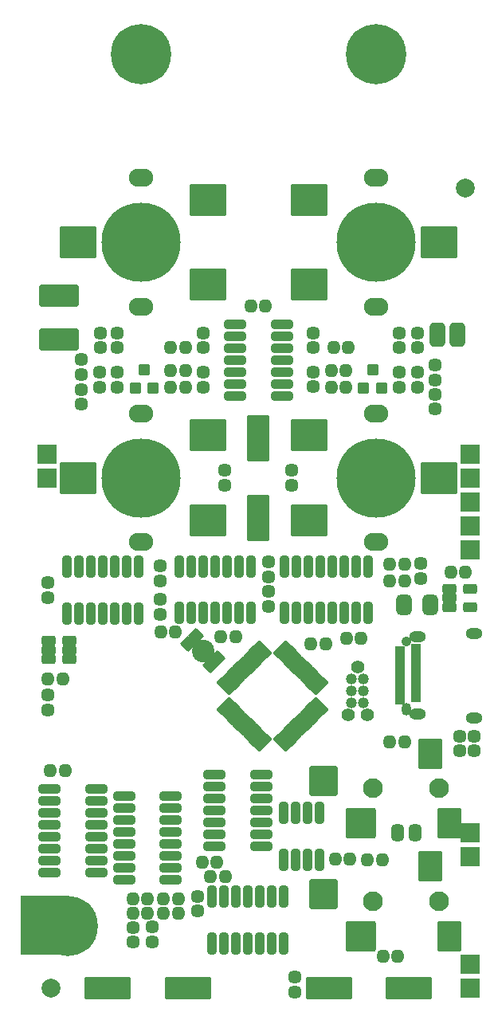
<source format=gbr>
%TF.GenerationSoftware,KiCad,Pcbnew,6.0.9+dfsg-1~bpo11+1*%
%TF.CreationDate,2022-11-17T12:14:57+00:00*%
%TF.ProjectId,OpenThereminV4,4f70656e-5468-4657-9265-6d696e56342e,rev?*%
%TF.SameCoordinates,Original*%
%TF.FileFunction,Soldermask,Bot*%
%TF.FilePolarity,Negative*%
%FSLAX46Y46*%
G04 Gerber Fmt 4.6, Leading zero omitted, Abs format (unit mm)*
G04 Created by KiCad (PCBNEW 6.0.9+dfsg-1~bpo11+1) date 2022-11-17 12:14:57*
%MOMM*%
%LPD*%
G01*
G04 APERTURE LIST*
G04 Aperture macros list*
%AMRoundRect*
0 Rectangle with rounded corners*
0 $1 Rounding radius*
0 $2 $3 $4 $5 $6 $7 $8 $9 X,Y pos of 4 corners*
0 Add a 4 corners polygon primitive as box body*
4,1,4,$2,$3,$4,$5,$6,$7,$8,$9,$2,$3,0*
0 Add four circle primitives for the rounded corners*
1,1,$1+$1,$2,$3*
1,1,$1+$1,$4,$5*
1,1,$1+$1,$6,$7*
1,1,$1+$1,$8,$9*
0 Add four rect primitives between the rounded corners*
20,1,$1+$1,$2,$3,$4,$5,0*
20,1,$1+$1,$4,$5,$6,$7,0*
20,1,$1+$1,$6,$7,$8,$9,0*
20,1,$1+$1,$8,$9,$2,$3,0*%
G04 Aperture macros list end*
%ADD10C,6.400000*%
%ADD11C,1.200000*%
%ADD12O,2.600000X1.900000*%
%ADD13C,8.400000*%
%ADD14RoundRect,0.200000X-1.750000X1.500000X-1.750000X-1.500000X1.750000X-1.500000X1.750000X1.500000X0*%
%ADD15RoundRect,0.200000X1.750000X-1.500000X1.750000X1.500000X-1.750000X1.500000X-1.750000X-1.500000X0*%
%ADD16O,1.050000X1.350000*%
%ADD17C,1.050000*%
%ADD18RoundRect,0.200000X-0.350000X0.150000X-0.350000X-0.150000X0.350000X-0.150000X0.350000X0.150000X0*%
%ADD19O,1.800000X1.200000*%
%ADD20RoundRect,0.200000X1.905000X0.965200X-1.905000X0.965200X-1.905000X-0.965200X1.905000X-0.965200X0*%
%ADD21RoundRect,0.200000X0.400050X0.400050X-0.400050X0.400050X-0.400050X-0.400050X0.400050X-0.400050X0*%
%ADD22RoundRect,0.418750X0.256250X-0.218750X0.256250X0.218750X-0.256250X0.218750X-0.256250X-0.218750X0*%
%ADD23RoundRect,0.418750X-0.256250X0.218750X-0.256250X-0.218750X0.256250X-0.218750X0.256250X0.218750X0*%
%ADD24RoundRect,0.418750X0.218750X0.256250X-0.218750X0.256250X-0.218750X-0.256250X0.218750X-0.256250X0*%
%ADD25RoundRect,0.418750X-0.218750X-0.256250X0.218750X-0.256250X0.218750X0.256250X-0.218750X0.256250X0*%
%ADD26RoundRect,0.450000X0.375000X0.850000X-0.375000X0.850000X-0.375000X-0.850000X0.375000X-0.850000X0*%
%ADD27RoundRect,0.350000X0.150000X-0.825000X0.150000X0.825000X-0.150000X0.825000X-0.150000X-0.825000X0*%
%ADD28RoundRect,0.350000X-0.825000X-0.150000X0.825000X-0.150000X0.825000X0.150000X-0.825000X0.150000X0*%
%ADD29RoundRect,0.350000X0.825000X0.150000X-0.825000X0.150000X-0.825000X-0.150000X0.825000X-0.150000X0*%
%ADD30RoundRect,0.200000X0.530000X0.325000X-0.530000X0.325000X-0.530000X-0.325000X0.530000X-0.325000X0*%
%ADD31RoundRect,0.200000X-2.250000X-1.000000X2.250000X-1.000000X2.250000X1.000000X-2.250000X1.000000X0*%
%ADD32RoundRect,0.200000X-1.000000X2.250000X-1.000000X-2.250000X1.000000X-2.250000X1.000000X2.250000X0*%
%ADD33C,2.400000*%
%ADD34RoundRect,0.200000X0.618718X-0.017678X-0.017678X0.618718X-0.618718X0.017678X0.017678X-0.618718X0*%
%ADD35RoundRect,0.200000X-0.530000X-0.325000X0.530000X-0.325000X0.530000X0.325000X-0.530000X0.325000X0*%
%ADD36RoundRect,0.200000X-0.850000X-0.850000X0.850000X-0.850000X0.850000X0.850000X-0.850000X0.850000X0*%
%ADD37RoundRect,0.350000X-0.150000X0.825000X-0.150000X-0.825000X0.150000X-0.825000X0.150000X0.825000X0*%
%ADD38C,1.390600*%
%ADD39C,1.187400*%
%ADD40C,2.100000*%
%ADD41RoundRect,0.200000X1.100000X1.400000X-1.100000X1.400000X-1.100000X-1.400000X1.100000X-1.400000X0*%
%ADD42RoundRect,0.200000X1.400000X1.400000X-1.400000X1.400000X-1.400000X-1.400000X1.400000X-1.400000X0*%
%ADD43RoundRect,0.200000X1.300000X1.400000X-1.300000X1.400000X-1.300000X-1.400000X1.300000X-1.400000X0*%
%ADD44C,2.000000*%
%ADD45RoundRect,0.443750X-0.243750X-0.456250X0.243750X-0.456250X0.243750X0.456250X-0.243750X0.456250X0*%
%ADD46RoundRect,0.450000X-0.375000X-0.625000X0.375000X-0.625000X0.375000X0.625000X-0.375000X0.625000X0*%
%ADD47RoundRect,0.200000X-0.371231X-0.760140X0.760140X0.371231X0.371231X0.760140X-0.760140X-0.371231X0*%
%ADD48RoundRect,0.200000X-0.760140X0.371231X0.371231X-0.760140X0.760140X-0.371231X-0.371231X0.760140X0*%
G04 APERTURE END LIST*
D10*
%TO.C,Y1*%
X112500000Y-55750000D03*
%TD*%
%TO.C,Y2*%
X87500000Y-55750000D03*
%TD*%
D11*
%TO.C,GND1*%
X77500000Y-148350000D03*
X79750000Y-150600000D03*
X79750000Y-146100000D03*
D10*
X79750000Y-148350000D03*
D11*
X78159010Y-146759010D03*
X81340990Y-149940990D03*
X81340990Y-146759010D03*
X78159010Y-149940990D03*
X82000000Y-148350000D03*
%TD*%
D12*
%TO.C,P4*%
X87500000Y-93900000D03*
D13*
X87500000Y-100750000D03*
D12*
X87500000Y-107600000D03*
D14*
X94650000Y-96250000D03*
X80850000Y-100750000D03*
X94650000Y-105250000D03*
%TD*%
D12*
%TO.C,P2*%
X112500000Y-82600000D03*
X112500000Y-68900000D03*
D13*
X112500000Y-75750000D03*
D15*
X105350000Y-80250000D03*
X119150000Y-75750000D03*
X105350000Y-71250000D03*
%TD*%
D16*
%TO.C,J1*%
X115690000Y-125350000D03*
D17*
X115690000Y-118150000D03*
D18*
X115030000Y-119000000D03*
X115030000Y-119500000D03*
X115030000Y-120000000D03*
X115030000Y-120500000D03*
X115030000Y-121000000D03*
X115030000Y-121500000D03*
X115030000Y-122000000D03*
X115030000Y-122500000D03*
X115030000Y-123000000D03*
X115030000Y-123500000D03*
X115030000Y-124000000D03*
X115030000Y-124500000D03*
X116730000Y-124250000D03*
X116730000Y-123750000D03*
X116730000Y-123250000D03*
X116730000Y-122750000D03*
X116730000Y-122250000D03*
X116730000Y-121750000D03*
X116730000Y-121250000D03*
X116730000Y-120750000D03*
X116730000Y-120250000D03*
X116730000Y-119750000D03*
X116730000Y-119250000D03*
X116730000Y-118750000D03*
D19*
X122890000Y-117260000D03*
X116940000Y-117620000D03*
X116940000Y-125880000D03*
X122890000Y-126240000D03*
%TD*%
D20*
%TO.C,L2*%
X78791000Y-81430000D03*
X78791000Y-86030000D03*
%TD*%
D21*
%TO.C,D2*%
X88824000Y-91237000D03*
X86924000Y-91237000D03*
X87874000Y-89238020D03*
%TD*%
D22*
%TO.C,C7*%
X85014000Y-86919000D03*
X85014000Y-85344000D03*
%TD*%
%TO.C,C8*%
X83236000Y-86919000D03*
X83236000Y-85344000D03*
%TD*%
D23*
%TO.C,C9*%
X81204000Y-88163500D03*
X81204000Y-89738500D03*
%TD*%
%TO.C,C11*%
X83109000Y-89535000D03*
X83109000Y-91110000D03*
%TD*%
D22*
%TO.C,C16*%
X88697000Y-150063500D03*
X88697000Y-148488500D03*
%TD*%
D23*
%TO.C,C24*%
X93500000Y-145212500D03*
X93500000Y-146787500D03*
%TD*%
%TO.C,C26*%
X77648000Y-111912500D03*
X77648000Y-113487500D03*
%TD*%
%TO.C,C27*%
X101079500Y-109690000D03*
X101079500Y-111265000D03*
%TD*%
D24*
%TO.C,C28*%
X100762000Y-82474000D03*
X99187000Y-82474000D03*
%TD*%
%TO.C,R2*%
X109550500Y-86919000D03*
X107975500Y-86919000D03*
%TD*%
%TO.C,R4*%
X109296500Y-91110000D03*
X107721500Y-91110000D03*
%TD*%
D23*
%TO.C,R5*%
X94158000Y-85344000D03*
X94158000Y-86919000D03*
%TD*%
D24*
%TO.C,R7*%
X92253000Y-89332000D03*
X90678000Y-89332000D03*
%TD*%
D25*
%TO.C,R8*%
X90678000Y-91110000D03*
X92253000Y-91110000D03*
%TD*%
D24*
%TO.C,R12*%
X88214500Y-145466000D03*
X86639500Y-145466000D03*
%TD*%
%TO.C,R14*%
X91487500Y-146990000D03*
X89912500Y-146990000D03*
%TD*%
D25*
%TO.C,R17*%
X108142500Y-141290000D03*
X109717500Y-141290000D03*
%TD*%
D26*
%TO.C,L1*%
X121141000Y-85522000D03*
X118991000Y-85522000D03*
%TD*%
D21*
%TO.C,D1*%
X113076000Y-91250760D03*
X111176000Y-91250760D03*
X112126000Y-89251780D03*
%TD*%
D25*
%TO.C,R6*%
X90678000Y-86919000D03*
X92253000Y-86919000D03*
%TD*%
D23*
%TO.C,C2*%
X118796000Y-88773000D03*
X118796000Y-90348000D03*
%TD*%
D22*
%TO.C,C1*%
X114986000Y-86919000D03*
X114986000Y-85344000D03*
%TD*%
D12*
%TO.C,P3*%
X112500000Y-107600000D03*
X112500000Y-93900000D03*
D13*
X112500000Y-100750000D03*
D15*
X105350000Y-105250000D03*
X119150000Y-100750000D03*
X105350000Y-96250000D03*
%TD*%
D23*
%TO.C,C4*%
X116891000Y-89560500D03*
X116891000Y-91135500D03*
%TD*%
D22*
%TO.C,C5*%
X114986000Y-91135500D03*
X114986000Y-89560500D03*
%TD*%
%TO.C,C14*%
X116891000Y-86919000D03*
X116891000Y-85344000D03*
%TD*%
D27*
%TO.C,U10*%
X111684000Y-115110000D03*
X110414000Y-115110000D03*
X109144000Y-115110000D03*
X107874000Y-115110000D03*
X106604000Y-115110000D03*
X105334000Y-115110000D03*
X104064000Y-115110000D03*
X102794000Y-115110000D03*
X102794000Y-110160000D03*
X104064000Y-110160000D03*
X105334000Y-110160000D03*
X106604000Y-110160000D03*
X107874000Y-110160000D03*
X109144000Y-110160000D03*
X110414000Y-110160000D03*
X111684000Y-110160000D03*
%TD*%
D25*
%TO.C,C23*%
X105562500Y-118415000D03*
X107137500Y-118415000D03*
%TD*%
D28*
%TO.C,U5*%
X97525000Y-92060000D03*
X97525000Y-90790000D03*
X97525000Y-89520000D03*
X97525000Y-88250000D03*
X97525000Y-86980000D03*
X97525000Y-85710000D03*
X97525000Y-84440000D03*
X102475000Y-84440000D03*
X102475000Y-85710000D03*
X102475000Y-86980000D03*
X102475000Y-88250000D03*
X102475000Y-89520000D03*
X102475000Y-90790000D03*
X102475000Y-92060000D03*
%TD*%
D29*
%TO.C,U6*%
X100275000Y-132280000D03*
X100275000Y-133550000D03*
X100275000Y-134820000D03*
X100275000Y-136090000D03*
X100275000Y-137360000D03*
X100275000Y-138630000D03*
X100275000Y-139900000D03*
X95325000Y-139900000D03*
X95325000Y-138630000D03*
X95325000Y-137360000D03*
X95325000Y-136090000D03*
X95325000Y-134820000D03*
X95325000Y-133550000D03*
X95325000Y-132280000D03*
%TD*%
D23*
%TO.C,C19*%
X96444000Y-99974500D03*
X96444000Y-101549500D03*
%TD*%
D22*
%TO.C,C32*%
X117272000Y-111455500D03*
X117272000Y-109880500D03*
%TD*%
D25*
%TO.C,R9*%
X113944500Y-111684000D03*
X115519500Y-111684000D03*
%TD*%
%TO.C,R10*%
X113944500Y-109906000D03*
X115519500Y-109906000D03*
%TD*%
%TO.C,R20*%
X113960000Y-128830000D03*
X115535000Y-128830000D03*
%TD*%
D27*
%TO.C,U4*%
X87300000Y-115175000D03*
X86030000Y-115175000D03*
X84760000Y-115175000D03*
X83490000Y-115175000D03*
X82220000Y-115175000D03*
X80950000Y-115175000D03*
X79680000Y-115175000D03*
X79680000Y-110225000D03*
X80950000Y-110225000D03*
X82220000Y-110225000D03*
X83490000Y-110225000D03*
X84760000Y-110225000D03*
X86030000Y-110225000D03*
X87300000Y-110225000D03*
%TD*%
D22*
%TO.C,C35*%
X77648000Y-125425500D03*
X77648000Y-123850500D03*
%TD*%
D30*
%TO.C,U1*%
X79934000Y-118100000D03*
X79934000Y-119050000D03*
X79934000Y-120000000D03*
X77734000Y-120000000D03*
X77734000Y-119050000D03*
X77734000Y-118100000D03*
%TD*%
D25*
%TO.C,R13*%
X89912500Y-145466000D03*
X91487500Y-145466000D03*
%TD*%
D22*
%TO.C,C31*%
X103556000Y-101549500D03*
X103556000Y-99974500D03*
%TD*%
D31*
%TO.C,X1*%
X84007000Y-154991000D03*
X92507000Y-154991000D03*
%TD*%
D32*
%TO.C,X3*%
X100000000Y-96512000D03*
X100000000Y-105012000D03*
%TD*%
D22*
%TO.C,R15*%
X89586000Y-111709500D03*
X89586000Y-110134500D03*
%TD*%
D33*
%TO.C,D3*%
X94100000Y-119150000D03*
D34*
X95673313Y-119910140D03*
X94860140Y-120723313D03*
X92526687Y-118389860D03*
X93339860Y-117576687D03*
%TD*%
D35*
%TO.C,U11*%
X120320000Y-114470000D03*
X120320000Y-113520000D03*
X120320000Y-112570000D03*
X122520000Y-112570000D03*
X122520000Y-114470000D03*
%TD*%
D25*
%TO.C,C33*%
X109347100Y-117830800D03*
X110922100Y-117830800D03*
%TD*%
D23*
%TO.C,C20*%
X89586000Y-113690500D03*
X89586000Y-115265500D03*
%TD*%
D25*
%TO.C,C18*%
X113250000Y-151550000D03*
X114825000Y-151550000D03*
%TD*%
D22*
%TO.C,C15*%
X86665000Y-150087500D03*
X86665000Y-148512500D03*
%TD*%
D25*
%TO.C,R11*%
X86639500Y-146990000D03*
X88214500Y-146990000D03*
%TD*%
D29*
%TO.C,U2*%
X82775000Y-133782000D03*
X82775000Y-135052000D03*
X82775000Y-136322000D03*
X82775000Y-137592000D03*
X82775000Y-138862000D03*
X82775000Y-140132000D03*
X82775000Y-141402000D03*
X82775000Y-142672000D03*
X77825000Y-142672000D03*
X77825000Y-141402000D03*
X77825000Y-140132000D03*
X77825000Y-138862000D03*
X77825000Y-137592000D03*
X77825000Y-136322000D03*
X77825000Y-135052000D03*
X77825000Y-133782000D03*
%TD*%
D25*
%TO.C,C25*%
X77876500Y-131877000D03*
X79451500Y-131877000D03*
%TD*%
D24*
%TO.C,C21*%
X95587500Y-141600000D03*
X94012500Y-141600000D03*
%TD*%
%TO.C,R16*%
X96487500Y-143100000D03*
X94912500Y-143100000D03*
%TD*%
D25*
%TO.C,R19*%
X89624000Y-117145000D03*
X91199000Y-117145000D03*
%TD*%
%TO.C,R18*%
X95999500Y-117653000D03*
X97574500Y-117653000D03*
%TD*%
%TO.C,R3*%
X107721500Y-89332000D03*
X109296500Y-89332000D03*
%TD*%
D23*
%TO.C,C13*%
X94158000Y-89535000D03*
X94158000Y-91110000D03*
%TD*%
D22*
%TO.C,C12*%
X85014000Y-91110000D03*
X85014000Y-89535000D03*
%TD*%
D23*
%TO.C,C3*%
X118796000Y-91872000D03*
X118796000Y-93447000D03*
%TD*%
D24*
%TO.C,C37*%
X121996400Y-110744200D03*
X120421400Y-110744200D03*
%TD*%
D23*
%TO.C,R1*%
X105842000Y-85344000D03*
X105842000Y-86919000D03*
%TD*%
%TO.C,C6*%
X105842000Y-89512500D03*
X105842000Y-91087500D03*
%TD*%
%TO.C,C10*%
X81204000Y-91364000D03*
X81204000Y-92939000D03*
%TD*%
D36*
%TO.C,P11*%
X122500000Y-100750000D03*
%TD*%
%TO.C,P12*%
X77500000Y-100750000D03*
%TD*%
%TO.C,P13*%
X77500000Y-98210000D03*
%TD*%
%TO.C,P14*%
X122500000Y-98210000D03*
%TD*%
D37*
%TO.C,U12*%
X95047000Y-145277000D03*
X96317000Y-145277000D03*
X97587000Y-145277000D03*
X98857000Y-145277000D03*
X100127000Y-145277000D03*
X101397000Y-145277000D03*
X102667000Y-145277000D03*
X102667000Y-150227000D03*
X101397000Y-150227000D03*
X100127000Y-150227000D03*
X98857000Y-150227000D03*
X97587000Y-150227000D03*
X96317000Y-150227000D03*
X95047000Y-150227000D03*
%TD*%
D23*
%TO.C,R21*%
X122923500Y-128176000D03*
X122923500Y-129751000D03*
%TD*%
D38*
%TO.C,J2*%
X109525000Y-125892000D03*
X111557000Y-125892000D03*
X110541000Y-120812000D03*
D39*
X111176000Y-122082000D03*
X109906000Y-122082000D03*
X111176000Y-123352000D03*
X109906000Y-123352000D03*
X111176000Y-124622000D03*
X109906000Y-124622000D03*
%TD*%
D40*
%TO.C,Y3*%
X119200000Y-145750000D03*
X112200000Y-145750000D03*
D41*
X120300000Y-149450000D03*
D42*
X110900000Y-149450000D03*
D41*
X118300000Y-142050000D03*
D43*
X106900000Y-145000000D03*
%TD*%
D24*
%TO.C,C34*%
X79197500Y-122098000D03*
X77622500Y-122098000D03*
%TD*%
D27*
%TO.C,U7*%
X99238000Y-115110000D03*
X97968000Y-115110000D03*
X96698000Y-115110000D03*
X95428000Y-115110000D03*
X94158000Y-115110000D03*
X92888000Y-115110000D03*
X91618000Y-115110000D03*
X91618000Y-110160000D03*
X92888000Y-110160000D03*
X94158000Y-110160000D03*
X95428000Y-110160000D03*
X96698000Y-110160000D03*
X97968000Y-110160000D03*
X99238000Y-110160000D03*
%TD*%
D37*
%TO.C,U8*%
X102642000Y-136380500D03*
X103912000Y-136380500D03*
X105182000Y-136380500D03*
X106452000Y-136380500D03*
X106452000Y-141330500D03*
X105182000Y-141330500D03*
X103912000Y-141330500D03*
X102642000Y-141330500D03*
%TD*%
D40*
%TO.C,Y7*%
X112200000Y-133750000D03*
X119200000Y-133750000D03*
D41*
X120300000Y-137450000D03*
D42*
X110900000Y-137450000D03*
D41*
X118300000Y-130050000D03*
D43*
X106900000Y-133000000D03*
%TD*%
D44*
%TO.C,W1*%
X122000000Y-70000000D03*
%TD*%
%TO.C,W2*%
X78000000Y-155000000D03*
%TD*%
D45*
%TO.C,C29*%
X114747000Y-138488500D03*
X116622000Y-138488500D03*
%TD*%
D46*
%TO.C,C36*%
X115430000Y-114220000D03*
X118230000Y-114220000D03*
%TD*%
D31*
%TO.C,X2*%
X107493000Y-154991000D03*
X115993000Y-154991000D03*
%TD*%
D29*
%TO.C,U3*%
X90675000Y-134544000D03*
X90675000Y-135814000D03*
X90675000Y-137084000D03*
X90675000Y-138354000D03*
X90675000Y-139624000D03*
X90675000Y-140894000D03*
X90675000Y-142164000D03*
X90675000Y-143434000D03*
X85725000Y-143434000D03*
X85725000Y-142164000D03*
X85725000Y-140894000D03*
X85725000Y-139624000D03*
X85725000Y-138354000D03*
X85725000Y-137084000D03*
X85725000Y-135814000D03*
X85725000Y-134544000D03*
%TD*%
D23*
%TO.C,C17*%
X103850000Y-153800000D03*
X103850000Y-155375000D03*
%TD*%
D36*
%TO.C,P8*%
X122500000Y-103290000D03*
%TD*%
%TO.C,P9*%
X122500000Y-105830000D03*
%TD*%
D12*
%TO.C,P1*%
X87500000Y-68900000D03*
D13*
X87500000Y-75750000D03*
D12*
X87500000Y-82600000D03*
D14*
X94650000Y-71250000D03*
X80850000Y-75750000D03*
X94650000Y-80250000D03*
%TD*%
D22*
%TO.C,C30*%
X101100000Y-114387500D03*
X101100000Y-112812500D03*
%TD*%
D25*
%TO.C,C22*%
X111612500Y-141310000D03*
X113187500Y-141310000D03*
%TD*%
D23*
%TO.C,R22*%
X121399500Y-128176000D03*
X121399500Y-129751000D03*
%TD*%
D36*
%TO.C,P6*%
X122500000Y-140970200D03*
%TD*%
%TO.C,P7*%
X122500000Y-152400200D03*
%TD*%
%TO.C,P5*%
X122500000Y-108370000D03*
%TD*%
%TO.C,P16*%
X122500000Y-138430200D03*
%TD*%
%TO.C,P15*%
X122500000Y-154940200D03*
%TD*%
D47*
%TO.C,U9*%
X100468734Y-128925856D03*
X99903049Y-128360170D03*
X99337363Y-127794485D03*
X98771678Y-127228800D03*
X98205992Y-126663114D03*
X97640307Y-126097429D03*
X97074622Y-125531743D03*
X96508936Y-124966058D03*
D48*
X96508936Y-122915448D03*
X97074622Y-122349763D03*
X97640307Y-121784077D03*
X98205992Y-121218392D03*
X98771678Y-120652706D03*
X99337363Y-120087021D03*
X99903049Y-119521336D03*
X100468734Y-118955650D03*
D47*
X102519344Y-118955650D03*
X103085029Y-119521336D03*
X103650715Y-120087021D03*
X104216400Y-120652706D03*
X104782086Y-121218392D03*
X105347771Y-121784077D03*
X105913456Y-122349763D03*
X106479142Y-122915448D03*
D48*
X106479142Y-124966058D03*
X105913456Y-125531743D03*
X105347771Y-126097429D03*
X104782086Y-126663114D03*
X104216400Y-127228800D03*
X103650715Y-127794485D03*
X103085029Y-128360170D03*
X102519344Y-128925856D03*
%TD*%
G36*
X79809191Y-145168907D02*
G01*
X79845155Y-145218407D01*
X79850000Y-145249000D01*
X79850000Y-151301000D01*
X79831093Y-151359191D01*
X79781593Y-151395155D01*
X79751000Y-151400000D01*
X74849000Y-151400000D01*
X74790809Y-151381093D01*
X74754845Y-151331593D01*
X74750000Y-151301000D01*
X74750000Y-145249000D01*
X74768907Y-145190809D01*
X74818407Y-145154845D01*
X74849000Y-145150000D01*
X79751000Y-145150000D01*
X79809191Y-145168907D01*
G37*
M02*

</source>
